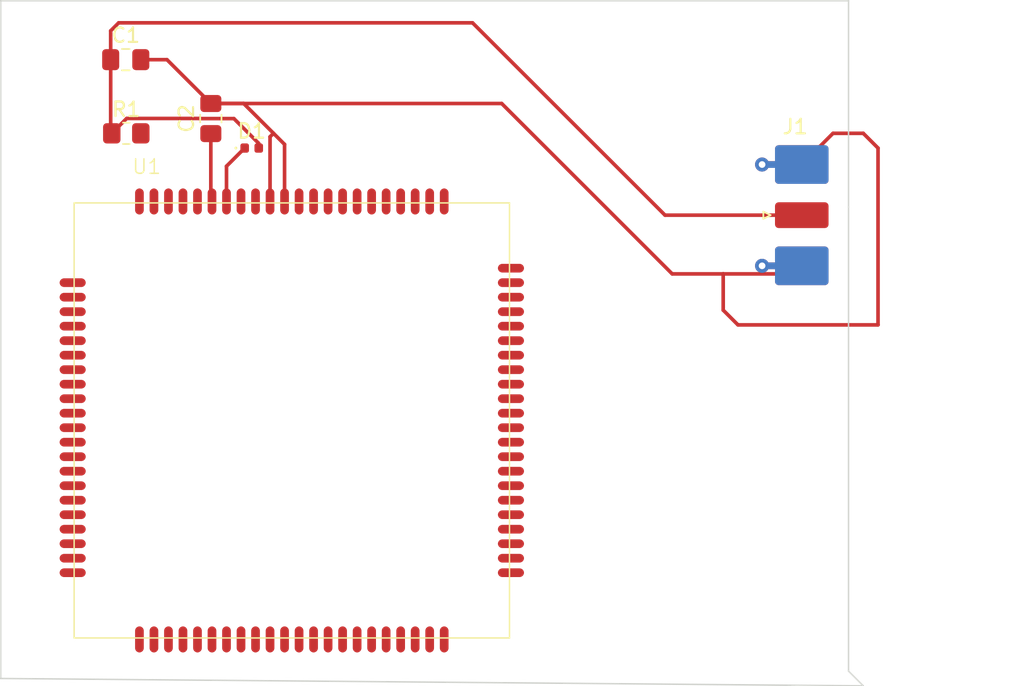
<source format=kicad_pcb>
(kicad_pcb (version 20221018) (generator pcbnew)
  (layers (0 "F.Cu" signal) (31 "B.Cu" signal) (34 "B.Paste" user) (35 "F.Paste" user) (36 "B.SilkS" user "B.Silkscreen") (37 "F.SilkS" user "F.Silkscreen") (38 "B.Mask" user) (39 "F.Mask" user) (44 "Edge.Cuts" user))
  (net 0 "")
  (net 1 "Net-(D1-A2)")
  (net 2 "Net-(U1-ANT_MAIN)")
  (net 72 "GND")
  (footprint "Resistor_SMD:R_0805_2012Metric_Pad1.20x1.40mm_HandSolder" (layer "F.Cu") (at 117.364 67.056)
    (fp_text reference "R1" (at 0 -1.65) (layer "F.SilkS"))
    (fp_text value "0")
    (fp_line (start -0.227064 -0.735) (end 0.227064 -0.735) (stroke (width 0.12)) (layer "F.SilkS"))
    (fp_line (start -0.227064 0.735) (end 0.227064 0.735) (stroke (width 0.12)) (layer "F.SilkS"))
    (pad "1" smd roundrect (at -1 0) (size 1.2 1.4) (layers "F.Cu" "F.Paste" "F.Mask") (roundrect_rratio 0.208333) (net 1 "Net-(D1-A2)"))
    (pad "2" smd roundrect (at 1 0) (size 1.2 1.4) (layers "F.Cu" "F.Paste" "F.Mask") (roundrect_rratio 0.208333) (net 2 "Net-(U1-ANT_MAIN)"))
  )
  (footprint "Diode_SMD:D_0402_1005Metric" (layer "F.Cu") (at 126.007 68.072)
    (fp_text reference "D1" (at 0 -1.17) (layer "F.SilkS"))
    (fp_text value "LXES15AAA1-153")
    (fp_circle (center -1.09 0) (end -1.04 0) (stroke (width 0.1)) (fill none) (layer "F.SilkS"))
    (pad "1" smd roundrect (at -0.485 0) (size 0.59 0.64) (layers "F.Cu" "F.Paste" "F.Mask") (net 72 "GND"))
    (pad "2" smd roundrect (at 0.485 0) (size 0.59 0.64) (layers "F.Cu" "F.Paste" "F.Mask") (net 1 "Net-(D1-A2)"))
  )
  (footprint "Capacitor_SMD:C_0805_2012Metric_Pad1.18x1.45mm_HandSolder" (layer "F.Cu") (at 117.3265 61.976)
    (fp_text reference "C1" (at 0 -1.68) (layer "F.SilkS"))
    (fp_text value "NC")
    (fp_line (start -0.261252 -0.735) (end 0.261252 -0.735) (stroke (width 0.12)) (layer "F.SilkS"))
    (fp_line (start -0.261252 0.735) (end 0.261252 0.735) (stroke (width 0.12)) (layer "F.SilkS"))
    (pad "1" smd roundrect (at -1.0375 0) (size 1.175 1.45) (layers "F.Cu" "F.Paste" "F.Mask") (roundrect_rratio 0.212766) (net 1 "Net-(D1-A2)"))
    (pad "2" smd roundrect (at 1.0375 0) (size 1.175 1.45) (layers "F.Cu" "F.Paste" "F.Mask") (roundrect_rratio 0.212766) (net 72 "GND"))
  )
  (footprint "Capacitor_SMD:C_0805_2012Metric_Pad1.18x1.45mm_HandSolder" (layer "F.Cu") (at 123.19 66.0375 90)
    (fp_text reference "C2" (at 0 -1.68 90) (layer "F.SilkS"))
    (fp_text value "NC")
    (fp_line (start -0.261252 -0.735) (end 0.261252 -0.735) (stroke (width 0.12)) (layer "F.SilkS"))
    (fp_line (start -0.261252 0.735) (end 0.261252 0.735) (stroke (width 0.12)) (layer "F.SilkS"))
    (pad "1" smd roundrect (at -1.0375 0 90) (size 1.175 1.45) (layers "F.Cu" "F.Paste" "F.Mask") (roundrect_rratio 0.212766) (net 2 "Net-(U1-ANT_MAIN)"))
    (pad "2" smd roundrect (at 1.0375 0 90) (size 1.175 1.45) (layers "F.Cu" "F.Paste" "F.Mask") (roundrect_rratio 0.212766) (net 72 "GND"))
  )
  (footprint "Connector_Coaxial:SMA_Molex_73251-2120_EdgeMount_Horizontal" (layer "F.Cu") (at 164.16 72.7)
    (fp_text reference "J1" (at -0.705 -6.1) (layer "F.SilkS"))
    (fp_text value "Conn_Coaxial")
    (fp_line (start -0.25 -3.4925) (end -2.985 -3.4925) (stroke (width 0.46)) (layer "F.Cu"))
    (fp_line (start -0.25 3.4925) (end -2.985 3.4925) (stroke (width 0.46)) (layer "F.Cu"))
    (fp_line (start -0.25 -3.4925) (end -2.985 -3.4925) (stroke (width 0.46)) (layer "B.Cu"))
    (fp_line (start -0.25 3.4925) (end -2.985 3.4925) (stroke (width 0.46)) (layer "B.Cu"))
    (fp_line (start -2.9 -0.25) (end -2.9 0.25) (stroke (width 0.12)) (layer "F.SilkS"))
    (fp_line (start -2.9 0.25) (end -2.4 0) (stroke (width 0.12)) (layer "F.SilkS"))
    (fp_line (start -2.4 0) (end -2.9 -0.25) (stroke (width 0.12)) (layer "F.SilkS"))
    (pad "1" smd roundrect (at -0.25 0) (size 3.69 1.78) (layers "F.Cu" "F.Paste" "F.Mask") (roundrect_rratio 0.1404494382) (net 1 "Net-(D1-A2)"))
    (pad "2" thru_hole circle (at -2.985 -3.4925) (size 0.97 0.97) (drill 0.46) (layers "*.Cu") (net 72 "GND"))
    (pad "2" thru_hole circle (at -2.985 3.4925) (size 0.97 0.97) (drill 0.46) (layers "*.Cu") (net 72 "GND"))
    (pad "2" smd roundrect (at -0.25 -3.4925) (size 3.69 2.665) (layers "F.Cu" "F.Paste" "F.Mask") (roundrect_rratio 0.09380863039) (net 72 "GND"))
    (pad "2" smd roundrect (at -0.25 -3.4925) (size 3.69 2.665) (layers "B.Cu" "B.Paste" "B.Mask") (roundrect_rratio 0.09380863039) (net 72 "GND"))
    (pad "2" smd roundrect (at -0.25 3.4925) (size 3.69 2.665) (layers "F.Cu" "F.Paste" "F.Mask") (roundrect_rratio 0.09380863039) (net 72 "GND"))
    (pad "2" smd roundrect (at -0.25 3.4925) (size 3.69 2.665) (layers "B.Cu" "B.Paste" "B.Mask") (roundrect_rratio 0.09380863039) (net 72 "GND"))
  )
  (footprint "SIMCOM_Modules:SIMCOM7600E" (layer "F.Cu") (at 128.77 86.855)
    (fp_text reference "U1" (at -10 -17.5 unlocked) (layer "F.SilkS") (effects (font (thickness 0.1))))
    (fp_text value "~")
    (fp_line (start -15 -15) (end 15 -15) (stroke (width 0.1)) (layer "F.SilkS"))
    (fp_line (start -15 15) (end -15 -15) (stroke (width 0.1)) (layer "F.SilkS"))
    (fp_line (start 15 -15) (end 15 15) (stroke (width 0.1)) (layer "F.SilkS"))
    (fp_line (start 15 15) (end -15 15) (stroke (width 0.1)) (layer "F.SilkS"))
    (pad "1" smd roundrect (at -15.1 -9.5) (size 1.8 0.6) (layers "F.Cu" "F.Paste" "F.Mask") (roundrect_rratio 0.5) (net 72 "GND"))
    (pad "2" smd roundrect (at -15.1 -8.5) (size 1.8 0.6) (layers "F.Cu" "F.Paste" "F.Mask") (roundrect_rratio 0.5) (net 72 "GND"))
    (pad "3" smd roundrect (at -15.1 -7.5) (size 1.8 0.6) (layers "F.Cu" "F.Paste" "F.Mask") (roundrect_rratio 0.5))
    (pad "4" smd roundrect (at -15.1 -6.5) (size 1.8 0.6) (layers "F.Cu" "F.Paste" "F.Mask") (roundrect_rratio 0.5))
    (pad "5" smd roundrect (at -15.1 -5.5) (size 1.8 0.6) (layers "F.Cu" "F.Paste" "F.Mask") (roundrect_rratio 0.5) (net 72 "GND"))
    (pad "6" smd roundrect (at -15.1 -4.5) (size 1.8 0.6) (layers "F.Cu" "F.Paste" "F.Mask") (roundrect_rratio 0.5))
    (pad "7" smd roundrect (at -15.1 -3.5) (size 1.8 0.6) (layers "F.Cu" "F.Paste" "F.Mask") (roundrect_rratio 0.5))
    (pad "8" smd roundrect (at -15.1 -2.5) (size 1.8 0.6) (layers "F.Cu" "F.Paste" "F.Mask") (roundrect_rratio 0.5))
    (pad "9" smd roundrect (at -15.1 -1.5) (size 1.8 0.6) (layers "F.Cu" "F.Paste" "F.Mask") (roundrect_rratio 0.5))
    (pad "10" smd roundrect (at -15.1 -0.5) (size 1.8 0.6) (layers "F.Cu" "F.Paste" "F.Mask") (roundrect_rratio 0.5) (net 72 "GND"))
    (pad "11" smd roundrect (at -15.1 0.5) (size 1.8 0.6) (layers "F.Cu" "F.Paste" "F.Mask") (roundrect_rratio 0.5))
    (pad "12" smd roundrect (at -15.1 1.5) (size 1.8 0.6) (layers "F.Cu" "F.Paste" "F.Mask") (roundrect_rratio 0.5))
    (pad "13" smd roundrect (at -15.1 2.5) (size 1.8 0.6) (layers "F.Cu" "F.Paste" "F.Mask") (roundrect_rratio 0.5))
    (pad "14" smd roundrect (at -15.1 3.5) (size 1.8 0.6) (layers "F.Cu" "F.Paste" "F.Mask") (roundrect_rratio 0.5) (net 72 "GND"))
    (pad "15" smd roundrect (at -15.1 4.5) (size 1.8 0.6) (layers "F.Cu" "F.Paste" "F.Mask") (roundrect_rratio 0.5))
    (pad "16" smd roundrect (at -15.1 5.5) (size 1.8 0.6) (layers "F.Cu" "F.Paste" "F.Mask") (roundrect_rratio 0.5))
    (pad "17" smd roundrect (at -15.1 6.5) (size 1.8 0.6) (layers "F.Cu" "F.Paste" "F.Mask") (roundrect_rratio 0.5))
    (pad "18" smd roundrect (at -15.1 7.5) (size 1.8 0.6) (layers "F.Cu" "F.Paste" "F.Mask") (roundrect_rratio 0.5))
    (pad "19" smd roundrect (at -15.1 8.5) (size 1.8 0.6) (layers "F.Cu" "F.Paste" "F.Mask") (roundrect_rratio 0.5))
    (pad "20" smd roundrect (at -15.1 9.5) (size 1.8 0.6) (layers "F.Cu" "F.Paste" "F.Mask") (roundrect_rratio 0.5))
    (pad "21" smd roundrect (at -15.1 10.5) (size 1.8 0.6) (layers "F.Cu" "F.Paste" "F.Mask") (roundrect_rratio 0.5))
    (pad "22" smd roundrect (at -10.5 15.1 90) (size 1.8 0.6) (layers "F.Cu" "F.Paste" "F.Mask") (roundrect_rratio 0.5))
    (pad "23" smd roundrect (at -9.5 15.1 90) (size 1.8 0.6) (layers "F.Cu" "F.Paste" "F.Mask") (roundrect_rratio 0.5))
    (pad "24" smd roundrect (at -8.5 15.1 90) (size 1.8 0.6) (layers "F.Cu" "F.Paste" "F.Mask") (roundrect_rratio 0.5))
    (pad "25" smd roundrect (at -7.5 15.1 90) (size 1.8 0.6) (layers "F.Cu" "F.Paste" "F.Mask") (roundrect_rratio 0.5))
    (pad "26" smd roundrect (at -6.5 15.1 90) (size 1.8 0.6) (layers "F.Cu" "F.Paste" "F.Mask") (roundrect_rratio 0.5))
    (pad "27" smd roundrect (at -5.5 15.1 90) (size 1.8 0.6) (layers "F.Cu" "F.Paste" "F.Mask") (roundrect_rratio 0.5))
    (pad "28" smd roundrect (at -4.5 15.1 90) (size 1.8 0.6) (layers "F.Cu" "F.Paste" "F.Mask") (roundrect_rratio 0.5))
    (pad "29" smd roundrect (at -3.5 15.1 90) (size 1.8 0.6) (layers "F.Cu" "F.Paste" "F.Mask") (roundrect_rratio 0.5))
    (pad "30" smd roundrect (at -2.5 15.1 90) (size 1.8 0.6) (layers "F.Cu" "F.Paste" "F.Mask") (roundrect_rratio 0.5))
    (pad "31" smd roundrect (at -1.5 15.1 90) (size 1.8 0.6) (layers "F.Cu" "F.Paste" "F.Mask") (roundrect_rratio 0.5))
    (pad "32" smd roundrect (at -0.5 15.1 90) (size 1.8 0.6) (layers "F.Cu" "F.Paste" "F.Mask") (roundrect_rratio 0.5))
    (pad "33" smd roundrect (at 0.5 15.1 90) (size 1.8 0.6) (layers "F.Cu" "F.Paste" "F.Mask") (roundrect_rratio 0.5))
    (pad "34" smd roundrect (at 1.5 15.1 90) (size 1.8 0.6) (layers "F.Cu" "F.Paste" "F.Mask") (roundrect_rratio 0.5))
    (pad "35" smd roundrect (at 2.5 15.1 90) (size 1.8 0.6) (layers "F.Cu" "F.Paste" "F.Mask") (roundrect_rratio 0.5))
    (pad "36" smd roundrect (at 3.5 15.1 90) (size 1.8 0.6) (layers "F.Cu" "F.Paste" "F.Mask") (roundrect_rratio 0.5))
    (pad "37" smd roundrect (at 4.5 15.1 90) (size 1.8 0.6) (layers "F.Cu" "F.Paste" "F.Mask") (roundrect_rratio 0.5) (net 72 "GND"))
    (pad "38" smd roundrect (at 5.5 15.1 90) (size 1.8 0.6) (layers "F.Cu" "F.Paste" "F.Mask") (roundrect_rratio 0.5))
    (pad "39" smd roundrect (at 6.5 15.1 90) (size 1.8 0.6) (layers "F.Cu" "F.Paste" "F.Mask") (roundrect_rratio 0.5))
    (pad "40" smd roundrect (at 7.5 15.1 90) (size 1.8 0.6) (layers "F.Cu" "F.Paste" "F.Mask") (roundrect_rratio 0.5) (net 72 "GND"))
    (pad "41" smd roundrect (at 8.5 15.1 90) (size 1.8 0.6) (layers "F.Cu" "F.Paste" "F.Mask") (roundrect_rratio 0.5) (net 72 "GND"))
    (pad "42" smd roundrect (at 9.5 15.1 90) (size 1.8 0.6) (layers "F.Cu" "F.Paste" "F.Mask") (roundrect_rratio 0.5))
    (pad "43" smd roundrect (at 10.5 15.1 90) (size 1.8 0.6) (layers "F.Cu" "F.Paste" "F.Mask") (roundrect_rratio 0.5) (net 72 "GND"))
    (pad "44" smd roundrect (at 15.1 10.5 180) (size 1.8 0.6) (layers "F.Cu" "F.Paste" "F.Mask") (roundrect_rratio 0.5))
    (pad "45" smd roundrect (at 15.1 9.5 180) (size 1.8 0.6) (layers "F.Cu" "F.Paste" "F.Mask") (roundrect_rratio 0.5))
    (pad "46" smd roundrect (at 15.1 8.5 180) (size 1.8 0.6) (layers "F.Cu" "F.Paste" "F.Mask") (roundrect_rratio 0.5))
    (pad "47" smd roundrect (at 15.1 7.5 180) (size 1.8 0.6) (layers "F.Cu" "F.Paste" "F.Mask") (roundrect_rratio 0.5))
    (pad "48" smd roundrect (at 15.1 6.5 180) (size 1.8 0.6) (layers "F.Cu" "F.Paste" "F.Mask") (roundrect_rratio 0.5))
    (pad "49" smd roundrect (at 15.1 5.5 180) (size 1.8 0.6) (layers "F.Cu" "F.Paste" "F.Mask") (roundrect_rratio 0.5))
    (pad "50" smd roundrect (at 15.1 4.5 180) (size 1.8 0.6) (layers "F.Cu" "F.Paste" "F.Mask") (roundrect_rratio 0.5))
    (pad "51" smd roundrect (at 15.1 3.5 180) (size 1.8 0.6) (layers "F.Cu" "F.Paste" "F.Mask") (roundrect_rratio 0.5))
    (pad "52" smd roundrect (at 15.1 2.5 180) (size 1.8 0.6) (layers "F.Cu" "F.Paste" "F.Mask") (roundrect_rratio 0.5))
    (pad "53" smd roundrect (at 15.1 1.5 180) (size 1.8 0.6) (layers "F.Cu" "F.Paste" "F.Mask") (roundrect_rratio 0.5))
    (pad "54" smd roundrect (at 15.1 0.5 180) (size 1.8 0.6) (layers "F.Cu" "F.Paste" "F.Mask") (roundrect_rratio 0.5))
    (pad "55" smd roundrect (at 15.1 -0.5 180) (size 1.8 0.6) (layers "F.Cu" "F.Paste" "F.Mask") (roundrect_rratio 0.5))
    (pad "56" smd roundrect (at 15.1 -1.5 180) (size 1.8 0.6) (layers "F.Cu" "F.Paste" "F.Mask") (roundrect_rratio 0.5))
    (pad "57" smd roundrect (at 15.1 -2.5 180) (size 1.8 0.6) (layers "F.Cu" "F.Paste" "F.Mask") (roundrect_rratio 0.5) (net 72 "GND"))
    (pad "58" smd roundrect (at 15.1 -3.5 180) (size 1.8 0.6) (layers "F.Cu" "F.Paste" "F.Mask") (roundrect_rratio 0.5) (net 72 "GND"))
    (pad "59" smd roundrect (at 15.1 -4.5 180) (size 1.8 0.6) (layers "F.Cu" "F.Paste" "F.Mask") (roundrect_rratio 0.5))
    (pad "60" smd roundrect (at 15.1 -5.5 180) (size 1.8 0.6) (layers "F.Cu" "F.Paste" "F.Mask") (roundrect_rratio 0.5) (net 72 "GND"))
    (pad "61" smd roundrect (at 15.1 -6.5 180) (size 1.8 0.6) (layers "F.Cu" "F.Paste" "F.Mask") (roundrect_rratio 0.5))
    (pad "62" smd roundrect (at 15.1 -7.5 180) (size 1.8 0.6) (layers "F.Cu" "F.Paste" "F.Mask") (roundrect_rratio 0.5))
    (pad "63" smd roundrect (at 15.1 -8.5 180) (size 1.8 0.6) (layers "F.Cu" "F.Paste" "F.Mask") (roundrect_rratio 0.5))
    (pad "64" smd roundrect (at 15.1 -9.5 180) (size 1.8 0.6) (layers "F.Cu" "F.Paste" "F.Mask") (roundrect_rratio 0.5))
    (pad "65" smd roundrect (at 15.1 -10.5 180) (size 1.8 0.6) (layers "F.Cu" "F.Paste" "F.Mask") (roundrect_rratio 0.5) (net 72 "GND"))
    (pad "66" smd roundrect (at 10.5 -15.1 270) (size 1.8 0.6) (layers "F.Cu" "F.Paste" "F.Mask") (roundrect_rratio 0.5))
    (pad "67" smd roundrect (at 9.5 -15.1 270) (size 1.8 0.6) (layers "F.Cu" "F.Paste" "F.Mask") (roundrect_rratio 0.5))
    (pad "68" smd roundrect (at 8.5 -15.1 270) (size 1.8 0.6) (layers "F.Cu" "F.Paste" "F.Mask") (roundrect_rratio 0.5))
    (pad "69" smd roundrect (at 7.5 -15.1 270) (size 1.8 0.6) (layers "F.Cu" "F.Paste" "F.Mask") (roundrect_rratio 0.5))
    (pad "70" smd roundrect (at 6.5 -15.1 270) (size 1.8 0.6) (layers "F.Cu" "F.Paste" "F.Mask") (roundrect_rratio 0.5))
    (pad "71" smd roundrect (at 5.5 -15.1 270) (size 1.8 0.6) (layers "F.Cu" "F.Paste" "F.Mask") (roundrect_rratio 0.5))
    (pad "72" smd roundrect (at 4.5 -15.1 270) (size 1.8 0.6) (layers "F.Cu" "F.Paste" "F.Mask") (roundrect_rratio 0.5))
    (pad "73" smd roundrect (at 3.5 -15.1 270) (size 1.8 0.6) (layers "F.Cu" "F.Paste" "F.Mask") (roundrect_rratio 0.5))
    (pad "74" smd roundrect (at 2.5 -15.1 270) (size 1.8 0.6) (layers "F.Cu" "F.Paste" "F.Mask") (roundrect_rratio 0.5))
    (pad "75" smd roundrect (at 1.5 -15.1 270) (size 1.8 0.6) (layers "F.Cu" "F.Paste" "F.Mask") (roundrect_rratio 0.5))
    (pad "76" smd roundrect (at 0.5 -15.1 270) (size 1.8 0.6) (layers "F.Cu" "F.Paste" "F.Mask") (roundrect_rratio 0.5))
    (pad "77" smd roundrect (at -0.5 -15.1 270) (size 1.8 0.6) (layers "F.Cu" "F.Paste" "F.Mask") (roundrect_rratio 0.5) (net 72 "GND"))
    (pad "78" smd roundrect (at -1.5 -15.1 270) (size 1.8 0.6) (layers "F.Cu" "F.Paste" "F.Mask") (roundrect_rratio 0.5) (net 72 "GND"))
    (pad "79" smd roundrect (at -2.5 -15.1 270) (size 1.8 0.6) (layers "F.Cu" "F.Paste" "F.Mask") (roundrect_rratio 0.5))
    (pad "80" smd roundrect (at -3.5 -15.1 270) (size 1.8 0.6) (layers "F.Cu" "F.Paste" "F.Mask") (roundrect_rratio 0.5) (net 72 "GND"))
    (pad "81" smd roundrect (at -4.5 -15.1 270) (size 1.8 0.6) (layers "F.Cu" "F.Paste" "F.Mask") (roundrect_rratio 0.5) (net 72 "GND"))
    (pad "82" smd roundrect (at -5.5 -15.1 270) (size 1.8 0.6) (layers "F.Cu" "F.Paste" "F.Mask") (roundrect_rratio 0.5) (net 2 "Net-(U1-ANT_MAIN)"))
    (pad "83" smd roundrect (at -6.5 -15.1 270) (size 1.8 0.6) (layers "F.Cu" "F.Paste" "F.Mask") (roundrect_rratio 0.5))
    (pad "84" smd roundrect (at -7.5 -15.1 270) (size 1.8 0.6) (layers "F.Cu" "F.Paste" "F.Mask") (roundrect_rratio 0.5))
    (pad "85" smd roundrect (at -8.5 -15.1 270) (size 1.8 0.6) (layers "F.Cu" "F.Paste" "F.Mask") (roundrect_rratio 0.5))
    (pad "86" smd roundrect (at -9.5 -15.1 270) (size 1.8 0.6) (layers "F.Cu" "F.Paste" "F.Mask") (roundrect_rratio 0.5))
    (pad "87" smd roundrect (at -10.5 -15.1 270) (size 1.8 0.6) (layers "F.Cu" "F.Paste" "F.Mask") (roundrect_rratio 0.5))
  )
  (gr_line (start 167.132 104.14) (end 167.132 72.136) (stroke (width 0.1)) (layer "Edge.Cuts"))
  (gr_line (start 108.712 104.648) (end 168.148 105.156) (stroke (width 0.1)) (layer "Edge.Cuts"))
  (gr_line (start 168.148 105.156) (end 167.132 104.14) (stroke (width 0.1)) (layer "Edge.Cuts"))
  (gr_line (start 167.132 72.136) (end 167.132 57.912) (stroke (width 0.1)) (layer "Edge.Cuts"))
  (gr_line (start 167.132 57.912) (end 108.712 57.912) (stroke (width 0.1)) (layer "Edge.Cuts"))
  (gr_line (start 108.712 57.912) (end 108.712 104.648) (stroke (width 0.1)) (layer "Edge.Cuts"))
  (segment (start 126.492 68.072) (end 126.492 67.752001) (width 0.25) (layer "F.Cu") (net 1))
  (segment (start 116.289 59.987) (end 116.289 61.976) (width 0.25) (layer "F.Cu") (net 1))
  (segment (start 117.389 66.031) (end 116.364 67.056) (width 0.25) (layer "F.Cu") (net 1))
  (segment (start 141.224 59.436) (end 116.84 59.436) (width 0.25) (layer "F.Cu") (net 1))
  (segment (start 116.289 66.981) (end 116.364 67.056) (width 0.25) (layer "F.Cu") (net 1))
  (segment (start 116.289 61.976) (end 116.289 66.981) (width 0.25) (layer "F.Cu") (net 1))
  (segment (start 154.488 72.7) (end 141.224 59.436) (width 0.25) (layer "F.Cu") (net 1))
  (segment (start 122.419 66.031) (end 117.389 66.031) (width 0.25) (layer "F.Cu") (net 1))
  (segment (start 116.84 59.436) (end 116.289 59.987) (width 0.25) (layer "F.Cu") (net 1))
  (segment (start 163.91 72.7) (end 154.488 72.7) (width 0.25) (layer "F.Cu") (net 1))
  (segment (start 122.428 66.04) (end 122.419 66.031) (width 0.25) (layer "F.Cu") (net 1))
  (segment (start 124.779999 66.04) (end 122.428 66.04) (width 0.25) (layer "F.Cu") (net 1))
  (segment (start 126.492 67.752001) (end 124.779999 66.04) (width 0.25) (layer "F.Cu") (net 1))
  (segment (start 123.19 71.675) (end 123.27 71.755) (width 0.25) (layer "F.Cu") (net 2))
  (segment (start 123.19 67.075) (end 123.19 71.675) (width 0.25) (layer "F.Cu") (net 2))
  (segment (start 128.27 67.818) (end 127.508 67.056) (width 0.25) (layer "F.Cu") (net 72))
  (segment (start 143.232 65) (end 154.9795 76.7475) (width 0.25) (layer "F.Cu") (net 72))
  (segment (start 127.27 67.294) (end 127.27 71.755) (width 0.25) (layer "F.Cu") (net 72))
  (segment (start 118.364 61.976) (end 120.166 61.976) (width 0.25) (layer "F.Cu") (net 72))
  (segment (start 125.452 65) (end 127.508 67.056) (width 0.25) (layer "F.Cu") (net 72))
  (segment (start 123.19 65) (end 143.232 65) (width 0.25) (layer "F.Cu") (net 72))
  (segment (start 168.148 67.056) (end 166.0615 67.056) (width 0.25) (layer "F.Cu") (net 72))
  (segment (start 124.27 69.324) (end 125.522 68.072) (width 0.25) (layer "F.Cu") (net 72))
  (segment (start 169.164 68.072) (end 168.148 67.056) (width 0.25) (layer "F.Cu") (net 72))
  (segment (start 123.19 65) (end 125.452 65) (width 0.25) (layer "F.Cu") (net 72))
  (segment (start 128.27 71.755) (end 128.27 67.818) (width 0.25) (layer "F.Cu") (net 72))
  (segment (start 127.508 67.056) (end 127.27 67.294) (width 0.25) (layer "F.Cu") (net 72))
  (segment (start 120.166 61.976) (end 123.19 65) (width 0.25) (layer "F.Cu") (net 72))
  (segment (start 124.27 71.755) (end 124.27 69.324) (width 0.25) (layer "F.Cu") (net 72))
  (segment (start 154.9795 76.7475) (end 158.496 76.7475) (width 0.25) (layer "F.Cu") (net 72))
  (segment (start 158.496 76.7475) (end 163.91 76.7475) (width 0.25) (layer "F.Cu") (net 72))
  (segment (start 159.512 80.264) (end 169.164 80.264) (width 0.25) (layer "F.Cu") (net 72))
  (segment (start 158.496 76.7475) (end 158.496 79.248) (width 0.25) (layer "F.Cu") (net 72))
  (segment (start 166.0615 67.056) (end 164.302444 68.815056) (width 0.25) (layer "F.Cu") (net 72))
  (segment (start 158.496 79.248) (end 159.512 80.264) (width 0.25) (layer "F.Cu") (net 72))
  (segment (start 169.164 80.264) (end 169.164 68.072) (width 0.25) (layer "F.Cu") (net 72))
)
</source>
